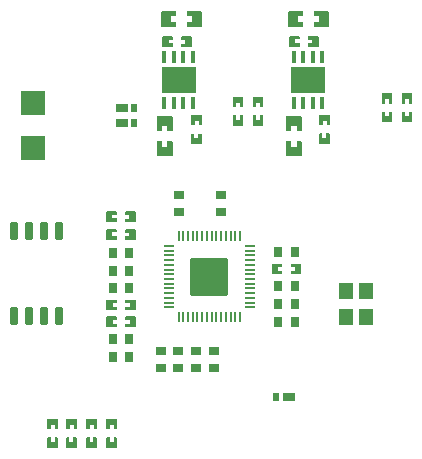
<source format=gbp>
G04 Layer: BottomPasteMaskLayer*
G04 EasyEDA Pro v2.2.27.1, 2024-09-01 09:43:49*
G04 Gerber Generator version 0.3*
G04 Scale: 100 percent, Rotated: No, Reflected: No*
G04 Dimensions in millimeters*
G04 Leading zeros omitted, absolute positions, 3 integers and 5 decimals*
%FSLAX35Y35*%
%MOMM*%
%AMRoundRect*1,1,$1,$2,$3*1,1,$1,$4,$5*1,1,$1,0-$2,0-$3*1,1,$1,0-$4,0-$5*20,1,$1,$2,$3,$4,$5,0*20,1,$1,$4,$5,0-$2,0-$3,0*20,1,$1,0-$2,0-$3,0-$4,0-$5,0*20,1,$1,0-$4,0-$5,$2,$3,0*4,1,4,$2,$3,$4,$5,0-$2,0-$3,0-$4,0-$5,$2,$3,0*%
%ADD10R,0.8X0.9*%
%ADD11R,0.9X0.8*%
%ADD12RoundRect,0.1X0.05X0.3875X0.05X-0.3875*%
%ADD13RoundRect,0.1X0.3875X0.05X0.3875X-0.05*%
%ADD14RoundRect,0.288X1.456X1.456X1.456X-1.456*%
%ADD15RoundRect,0.3X0.15X0.65X0.15X-0.65*%
%ADD16R,1.2X1.4*%
%ADD17R,0.51999X0.7*%
%ADD18R,1.0519X0.7*%
%ADD19R,1.05001X0.7*%
%ADD20R,0.51999X0.7*%
%ADD21R,1.05001X0.7*%
%ADD22O,0.41999X1.035*%
%ADD23R,2.99999X2.2*%
%ADD24R,2.05999X2.07*%
G75*


G04 PolygonModel Start*
G36*
G01X-2029993Y1203997D02*
G01X-2029993Y1331995D01*
G01X-2034995Y1336997D01*
G01X-2149996Y1336997D01*
G01X-2154994Y1331995D01*
G01X-2155497Y1290992D01*
G01X-2110496Y1290992D01*
G01X-2110496Y1245993D01*
G01X-2154497Y1245993D01*
G01X-2154994Y1203997D01*
G01X-2149996Y1198996D01*
G01X-2034995Y1198996D01*
G01X-2029993Y1203997D01*
G37*
G36*
G01X-2244994Y1203997D02*
G01X-2244997Y1245993D01*
G01X-2289495Y1245993D01*
G01X-2289495Y1290992D01*
G01X-2245497Y1290992D01*
G01X-2244994Y1331995D01*
G01X-2249995Y1336997D01*
G01X-2364994Y1336997D01*
G01X-2369995Y1331995D01*
G01X-2369995Y1203997D01*
G01X-2364994Y1198996D01*
G01X-2249995Y1198996D01*
G01X-2244994Y1203997D01*
G37*
G36*
G01X-1033849Y215851D02*
G01X-1033849Y295851D01*
G01X-1028847Y300853D01*
G01X-1006051Y300853D01*
G01X-1006051Y263852D01*
G01X-973051Y263852D01*
G01X-973051Y300853D01*
G01X-948847Y300853D01*
G01X-943849Y295851D01*
G01X-943849Y215851D01*
G01X-948847Y210853D01*
G01X-1028847Y210853D01*
G01X-1033849Y215851D01*
G37*
G36*
G01X-943851Y454855D02*
G01X-943851Y374855D01*
G01X-948853Y369854D01*
G01X-971649Y369854D01*
G01X-971649Y406854D01*
G01X-1004649Y406854D01*
G01X-1004649Y369854D01*
G01X-1028852Y369854D01*
G01X-1033851Y374855D01*
G01X-1033851Y454855D01*
G01X-1028852Y459854D01*
G01X-948853Y459854D01*
G01X-943851Y454855D01*
G37*
G36*
G01X-2405289Y107500D02*
G01X-2277291Y107500D01*
G01X-2272289Y112501D01*
G01X-2272289Y227502D01*
G01X-2277291Y232501D01*
G01X-2318294Y233004D01*
G01X-2318294Y188003D01*
G01X-2363292Y188003D01*
G01X-2363292Y232003D01*
G01X-2405289Y232501D01*
G01X-2410290Y227502D01*
G01X-2410290Y112501D01*
G01X-2405289Y107500D01*
G37*
G36*
G01X-2405289Y322501D02*
G01X-2363292Y322504D01*
G01X-2363292Y367002D01*
G01X-2318294Y367002D01*
G01X-2318294Y323004D01*
G01X-2277291Y322501D01*
G01X-2272289Y327502D01*
G01X-2272289Y442501D01*
G01X-2277291Y447502D01*
G01X-2405289Y447502D01*
G01X-2410290Y442501D01*
G01X-2410290Y327502D01*
G01X-2405289Y322501D01*
G37*
G36*
G01X-1311669Y107500D02*
G01X-1183670Y107500D01*
G01X-1178669Y112501D01*
G01X-1178669Y227502D01*
G01X-1183670Y232501D01*
G01X-1224674Y233004D01*
G01X-1224674Y188003D01*
G01X-1269672Y188003D01*
G01X-1269672Y232003D01*
G01X-1311669Y232501D01*
G01X-1316670Y227502D01*
G01X-1316670Y112501D01*
G01X-1311669Y107500D01*
G37*
G36*
G01X-1311669Y322501D02*
G01X-1269672Y322504D01*
G01X-1269672Y367002D01*
G01X-1224674Y367002D01*
G01X-1224674Y323004D01*
G01X-1183670Y322501D01*
G01X-1178669Y327502D01*
G01X-1178669Y442501D01*
G01X-1183670Y447502D01*
G01X-1311669Y447502D01*
G01X-1316670Y442501D01*
G01X-1316670Y327502D01*
G01X-1311669Y322501D01*
G37*
G36*
G01X-954667Y1204503D02*
G01X-954667Y1332501D01*
G01X-959668Y1337502D01*
G01X-1074669Y1337502D01*
G01X-1079668Y1332501D01*
G01X-1080171Y1291498D01*
G01X-1035170Y1291498D01*
G01X-1035170Y1246499D01*
G01X-1079170Y1246499D01*
G01X-1079668Y1204503D01*
G01X-1074669Y1199501D01*
G01X-959668Y1199501D01*
G01X-954667Y1204503D01*
G37*
G36*
G01X-1169668Y1204503D02*
G01X-1169670Y1246499D01*
G01X-1214169Y1246499D01*
G01X-1214169Y1291498D01*
G01X-1170171Y1291498D01*
G01X-1169668Y1332501D01*
G01X-1174669Y1337502D01*
G01X-1289667Y1337502D01*
G01X-1294669Y1332501D01*
G01X-1294669Y1204503D01*
G01X-1289667Y1199501D01*
G01X-1174669Y1199501D01*
G01X-1169668Y1204503D01*
G37*
G36*
G01X-2117542Y213469D02*
G01X-2117542Y293469D01*
G01X-2112541Y298470D01*
G01X-2089744Y298470D01*
G01X-2089744Y261470D01*
G01X-2056745Y261470D01*
G01X-2056745Y298470D01*
G01X-2032541Y298470D01*
G01X-2027542Y293469D01*
G01X-2027542Y213469D01*
G01X-2032541Y208470D01*
G01X-2112541Y208470D01*
G01X-2117542Y213469D01*
G37*
G36*
G01X-2027545Y452473D02*
G01X-2027545Y372473D01*
G01X-2032546Y367472D01*
G01X-2055343Y367472D01*
G01X-2055343Y404472D01*
G01X-2088342Y404472D01*
G01X-2088342Y367472D01*
G01X-2112546Y367472D01*
G01X-2117545Y372473D01*
G01X-2117545Y452473D01*
G01X-2112546Y457472D01*
G01X-2032546Y457472D01*
G01X-2027545Y452473D01*
G37*
G36*
G01X-2118258Y1032504D02*
G01X-2198258Y1032504D01*
G01X-2203259Y1037505D01*
G01X-2203259Y1060302D01*
G01X-2166259Y1060302D01*
G01X-2166259Y1093302D01*
G01X-2203259Y1093302D01*
G01X-2203259Y1117505D01*
G01X-2198258Y1122504D01*
G01X-2118258Y1122504D01*
G01X-2113260Y1117505D01*
G01X-2113260Y1037505D01*
G01X-2118258Y1032504D01*
G37*
G36*
G01X-2357262Y1122501D02*
G01X-2277262Y1122501D01*
G01X-2272261Y1117500D01*
G01X-2272261Y1094704D01*
G01X-2309261Y1094704D01*
G01X-2309261Y1061704D01*
G01X-2272261Y1061704D01*
G01X-2272261Y1037500D01*
G01X-2277262Y1032502D01*
G01X-2357262Y1032502D01*
G01X-2362261Y1037500D01*
G01X-2362261Y1117500D01*
G01X-2357262Y1122501D01*
G37*
G36*
G01X-1044496Y1033999D02*
G01X-1124496Y1033999D01*
G01X-1129497Y1039000D01*
G01X-1129497Y1061797D01*
G01X-1092497Y1061797D01*
G01X-1092497Y1094797D01*
G01X-1129497Y1094797D01*
G01X-1129497Y1119000D01*
G01X-1124496Y1123999D01*
G01X-1044496Y1123999D01*
G01X-1039497Y1119000D01*
G01X-1039497Y1039000D01*
G01X-1044496Y1033999D01*
G37*
G36*
G01X-1283500Y1123996D02*
G01X-1203500Y1123996D01*
G01X-1198498Y1118995D01*
G01X-1198498Y1096199D01*
G01X-1235499Y1096199D01*
G01X-1235499Y1063199D01*
G01X-1198498Y1063199D01*
G01X-1198498Y1038995D01*
G01X-1203500Y1033997D01*
G01X-1283500Y1033997D01*
G01X-1288498Y1038995D01*
G01X-1288498Y1118995D01*
G01X-1283500Y1123996D01*
G37*
G36*
G01X-2830051Y-1248575D02*
G01X-2750052Y-1248575D01*
G01X-2745050Y-1253577D01*
G01X-2745050Y-1276373D01*
G01X-2782051Y-1276373D01*
G01X-2782051Y-1309373D01*
G01X-2745050Y-1309373D01*
G01X-2745050Y-1333576D01*
G01X-2750052Y-1338575D01*
G01X-2830051Y-1338575D01*
G01X-2835050Y-1333576D01*
G01X-2835050Y-1253577D01*
G01X-2830051Y-1248575D01*
G37*
G36*
G01X-2591048Y-1338573D02*
G01X-2671047Y-1338573D01*
G01X-2676049Y-1333571D01*
G01X-2676049Y-1310775D01*
G01X-2639049Y-1310775D01*
G01X-2639049Y-1277775D01*
G01X-2676049Y-1277775D01*
G01X-2676049Y-1253572D01*
G01X-2671047Y-1248573D01*
G01X-2591048Y-1248573D01*
G01X-2586049Y-1253572D01*
G01X-2586049Y-1333571D01*
G01X-2591048Y-1338573D01*
G37*
G36*
G01X-2830051Y-1108575D02*
G01X-2750052Y-1108575D01*
G01X-2745050Y-1113576D01*
G01X-2745050Y-1136373D01*
G01X-2782051Y-1136373D01*
G01X-2782051Y-1169373D01*
G01X-2745050Y-1169373D01*
G01X-2745050Y-1193576D01*
G01X-2750052Y-1198575D01*
G01X-2830051Y-1198575D01*
G01X-2835050Y-1193576D01*
G01X-2835050Y-1113576D01*
G01X-2830051Y-1108575D01*
G37*
G36*
G01X-2591048Y-1198572D02*
G01X-2671047Y-1198572D01*
G01X-2676049Y-1193571D01*
G01X-2676049Y-1170775D01*
G01X-2639049Y-1170775D01*
G01X-2639049Y-1137775D01*
G01X-2676049Y-1137775D01*
G01X-2676049Y-1113571D01*
G01X-2671047Y-1108573D01*
G01X-2591048Y-1108573D01*
G01X-2586049Y-1113571D01*
G01X-2586049Y-1193571D01*
G01X-2591048Y-1198572D01*
G37*
G36*
G01X-3245550Y-2119658D02*
G01X-3245550Y-2199658D01*
G01X-3250551Y-2204660D01*
G01X-3273348Y-2204660D01*
G01X-3273348Y-2167659D01*
G01X-3306347Y-2167659D01*
G01X-3306347Y-2204660D01*
G01X-3330551Y-2204660D01*
G01X-3335550Y-2199658D01*
G01X-3335550Y-2119658D01*
G01X-3330551Y-2114660D01*
G01X-3250551Y-2114660D01*
G01X-3245550Y-2119658D01*
G37*
G36*
G01X-3335547Y-2358662D02*
G01X-3335547Y-2278662D01*
G01X-3330546Y-2273661D01*
G01X-3307750Y-2273661D01*
G01X-3307750Y-2310661D01*
G01X-3274750Y-2310661D01*
G01X-3274750Y-2273661D01*
G01X-3250546Y-2273661D01*
G01X-3245547Y-2278662D01*
G01X-3245547Y-2358662D01*
G01X-3250546Y-2363661D01*
G01X-3330546Y-2363661D01*
G01X-3335547Y-2358662D01*
G37*
G36*
G01X-3085890Y-2119658D02*
G01X-3085890Y-2199658D01*
G01X-3090892Y-2204660D01*
G01X-3113688Y-2204660D01*
G01X-3113688Y-2167659D01*
G01X-3146688Y-2167659D01*
G01X-3146688Y-2204660D01*
G01X-3170892Y-2204660D01*
G01X-3175890Y-2199658D01*
G01X-3175890Y-2119658D01*
G01X-3170892Y-2114660D01*
G01X-3090892Y-2114660D01*
G01X-3085890Y-2119658D01*
G37*
G36*
G01X-3175888Y-2358662D02*
G01X-3175888Y-2278662D01*
G01X-3170886Y-2273661D01*
G01X-3148090Y-2273661D01*
G01X-3148090Y-2310661D01*
G01X-3115090Y-2310661D01*
G01X-3115090Y-2273661D01*
G01X-3090887Y-2273661D01*
G01X-3085888Y-2278662D01*
G01X-3085888Y-2358662D01*
G01X-3090887Y-2363661D01*
G01X-3170886Y-2363661D01*
G01X-3175888Y-2358662D01*
G37*
G36*
G01X-2915891Y-2119658D02*
G01X-2915891Y-2199658D01*
G01X-2920892Y-2204660D01*
G01X-2943688Y-2204660D01*
G01X-2943688Y-2167659D01*
G01X-2976688Y-2167659D01*
G01X-2976688Y-2204660D01*
G01X-3000892Y-2204660D01*
G01X-3005890Y-2199658D01*
G01X-3005890Y-2119658D01*
G01X-3000892Y-2114660D01*
G01X-2920892Y-2114660D01*
G01X-2915891Y-2119658D01*
G37*
G36*
G01X-3005888Y-2358662D02*
G01X-3005888Y-2278662D01*
G01X-3000887Y-2273661D01*
G01X-2978090Y-2273661D01*
G01X-2978090Y-2310661D01*
G01X-2945090Y-2310661D01*
G01X-2945090Y-2273661D01*
G01X-2920887Y-2273661D01*
G01X-2915888Y-2278662D01*
G01X-2915888Y-2358662D01*
G01X-2920887Y-2363661D01*
G01X-3000887Y-2363661D01*
G01X-3005888Y-2358662D01*
G37*
G36*
G01X-2745891Y-2119658D02*
G01X-2745891Y-2199658D01*
G01X-2750892Y-2204660D01*
G01X-2773688Y-2204660D01*
G01X-2773688Y-2167659D01*
G01X-2806688Y-2167659D01*
G01X-2806688Y-2204660D01*
G01X-2830892Y-2204660D01*
G01X-2835890Y-2199658D01*
G01X-2835890Y-2119658D01*
G01X-2830892Y-2114660D01*
G01X-2750892Y-2114660D01*
G01X-2745891Y-2119658D01*
G37*
G36*
G01X-2835888Y-2358662D02*
G01X-2835888Y-2278662D01*
G01X-2830887Y-2273661D01*
G01X-2808090Y-2273661D01*
G01X-2808090Y-2310661D01*
G01X-2775090Y-2310661D01*
G01X-2775090Y-2273661D01*
G01X-2750887Y-2273661D01*
G01X-2745888Y-2278662D01*
G01X-2745888Y-2358662D01*
G01X-2750887Y-2363661D01*
G01X-2830887Y-2363661D01*
G01X-2835888Y-2358662D01*
G37*
G36*
G01X-505546Y398001D02*
G01X-505546Y478001D01*
G01X-500545Y483002D01*
G01X-477748Y483002D01*
G01X-477748Y446002D01*
G01X-444748Y446002D01*
G01X-444748Y483002D01*
G01X-420545Y483002D01*
G01X-415546Y478001D01*
G01X-415546Y398001D01*
G01X-420545Y393002D01*
G01X-500545Y393002D01*
G01X-505546Y398001D01*
G37*
G36*
G01X-415549Y637005D02*
G01X-415549Y557005D01*
G01X-420550Y552003D01*
G01X-443346Y552003D01*
G01X-443346Y589004D01*
G01X-476346Y589004D01*
G01X-476346Y552003D01*
G01X-500550Y552003D01*
G01X-505548Y557005D01*
G01X-505548Y637005D01*
G01X-500550Y642003D01*
G01X-420550Y642003D01*
G01X-415549Y637005D01*
G37*
G36*
G01X-335546Y398001D02*
G01X-335546Y478001D01*
G01X-330544Y483002D01*
G01X-307748Y483002D01*
G01X-307748Y446002D01*
G01X-274748Y446002D01*
G01X-274748Y483002D01*
G01X-250545Y483002D01*
G01X-245546Y478001D01*
G01X-245546Y398001D01*
G01X-250545Y393002D01*
G01X-330544Y393002D01*
G01X-335546Y398001D01*
G37*
G36*
G01X-245548Y637005D02*
G01X-245548Y557005D01*
G01X-250550Y552003D01*
G01X-273346Y552003D01*
G01X-273346Y589004D01*
G01X-306346Y589004D01*
G01X-306346Y552003D01*
G01X-330550Y552003D01*
G01X-335548Y557005D01*
G01X-335548Y637005D01*
G01X-330550Y642003D01*
G01X-250550Y642003D01*
G01X-245548Y637005D01*
G37*
G36*
G01X-1765546Y368001D02*
G01X-1765546Y448001D01*
G01X-1760545Y453002D01*
G01X-1737749Y453002D01*
G01X-1737749Y416002D01*
G01X-1704749Y416002D01*
G01X-1704749Y453002D01*
G01X-1680545Y453002D01*
G01X-1675547Y448001D01*
G01X-1675547Y368001D01*
G01X-1680545Y363002D01*
G01X-1760545Y363002D01*
G01X-1765546Y368001D01*
G37*
G36*
G01X-1675549Y607005D02*
G01X-1675549Y527005D01*
G01X-1680550Y522004D01*
G01X-1703347Y522004D01*
G01X-1703347Y559004D01*
G01X-1736347Y559004D01*
G01X-1736347Y522004D01*
G01X-1760550Y522004D01*
G01X-1765549Y527005D01*
G01X-1765549Y607005D01*
G01X-1760550Y612003D01*
G01X-1680550Y612003D01*
G01X-1675549Y607005D01*
G37*
G36*
G01X-1595546Y368001D02*
G01X-1595546Y448001D01*
G01X-1590545Y453002D01*
G01X-1567748Y453002D01*
G01X-1567748Y416002D01*
G01X-1534749Y416002D01*
G01X-1534749Y453002D01*
G01X-1510545Y453002D01*
G01X-1505546Y448001D01*
G01X-1505546Y368001D01*
G01X-1510545Y363002D01*
G01X-1590545Y363002D01*
G01X-1595546Y368001D01*
G37*
G36*
G01X-1505549Y607005D02*
G01X-1505549Y527005D01*
G01X-1510550Y522004D01*
G01X-1533347Y522004D01*
G01X-1533347Y559004D01*
G01X-1566346Y559004D01*
G01X-1566346Y522004D01*
G01X-1590550Y522004D01*
G01X-1595549Y527005D01*
G01X-1595549Y607005D01*
G01X-1590550Y612003D01*
G01X-1510550Y612003D01*
G01X-1505549Y607005D01*
G37*
G36*
G01X-1191047Y-892997D02*
G01X-1271047Y-892997D01*
G01X-1276049Y-887996D01*
G01X-1276049Y-865199D01*
G01X-1239048Y-865199D01*
G01X-1239048Y-832200D01*
G01X-1276049Y-832200D01*
G01X-1276049Y-807996D01*
G01X-1271047Y-802997D01*
G01X-1191047Y-802997D01*
G01X-1186049Y-807996D01*
G01X-1186049Y-887996D01*
G01X-1191047Y-892997D01*
G37*
G36*
G01X-1430051Y-803000D02*
G01X-1350051Y-803000D01*
G01X-1345050Y-808001D01*
G01X-1345050Y-830797D01*
G01X-1382050Y-830797D01*
G01X-1382050Y-863797D01*
G01X-1345050Y-863797D01*
G01X-1345050Y-888001D01*
G01X-1350051Y-892999D01*
G01X-1430051Y-892999D01*
G01X-1435050Y-888001D01*
G01X-1435050Y-808001D01*
G01X-1430051Y-803000D01*
G37*
G36*
G01X-2593051Y-599919D02*
G01X-2673051Y-599919D01*
G01X-2678052Y-594918D01*
G01X-2678052Y-572121D01*
G01X-2641052Y-572121D01*
G01X-2641052Y-539122D01*
G01X-2678052Y-539122D01*
G01X-2678052Y-514918D01*
G01X-2673051Y-509919D01*
G01X-2593051Y-509919D01*
G01X-2588052Y-514918D01*
G01X-2588052Y-594918D01*
G01X-2593051Y-599919D01*
G37*
G36*
G01X-2832055Y-509922D02*
G01X-2752055Y-509922D01*
G01X-2747054Y-514923D01*
G01X-2747054Y-537720D01*
G01X-2784054Y-537720D01*
G01X-2784054Y-570719D01*
G01X-2747054Y-570719D01*
G01X-2747054Y-594923D01*
G01X-2752055Y-599922D01*
G01X-2832055Y-599922D01*
G01X-2837054Y-594923D01*
G01X-2837054Y-514923D01*
G01X-2832055Y-509922D01*
G37*
G36*
G01X-2593051Y-448572D02*
G01X-2673051Y-448572D01*
G01X-2678052Y-443571D01*
G01X-2678052Y-420774D01*
G01X-2641052Y-420774D01*
G01X-2641052Y-387775D01*
G01X-2678052Y-387775D01*
G01X-2678052Y-363571D01*
G01X-2673051Y-358572D01*
G01X-2593051Y-358572D01*
G01X-2588052Y-363571D01*
G01X-2588052Y-443571D01*
G01X-2593051Y-448572D01*
G37*
G36*
G01X-2832055Y-358575D02*
G01X-2752055Y-358575D01*
G01X-2747054Y-363576D01*
G01X-2747054Y-386373D01*
G01X-2784054Y-386373D01*
G01X-2784054Y-419372D01*
G01X-2747054Y-419372D01*
G01X-2747054Y-443576D01*
G01X-2752055Y-448575D01*
G01X-2832055Y-448575D01*
G01X-2837054Y-443576D01*
G01X-2837054Y-363576D01*
G01X-2832055Y-358575D01*
G37*

G04 Pad Start*
G54D10*
G01X-1380550Y-701276D03*
G01X-1240545Y-701276D03*
G01X-1380550Y-991276D03*
G01X-1240545Y-991276D03*
G01X-1380550Y-1141276D03*
G01X-1240545Y-1141276D03*
G54D11*
G01X-1925548Y-1682501D03*
G01X-1925548Y-1542496D03*
G54D10*
G01X-2780551Y-861131D03*
G01X-2640546Y-861131D03*
G54D11*
G01X-1865369Y-364642D03*
G01X-1865369Y-224638D03*
G01X-2223509Y-362102D03*
G01X-2223509Y-222098D03*
G54D10*
G01X-2780551Y-1011131D03*
G01X-2640546Y-1011131D03*
G54D11*
G01X-2225548Y-1682501D03*
G01X-2225548Y-1542496D03*
G01X-2075548Y-1682501D03*
G01X-2075548Y-1542496D03*
G01X-2375548Y-1682501D03*
G01X-2375548Y-1542496D03*
G54D10*
G01X-2780548Y-1589763D03*
G01X-2640544Y-1589763D03*
G01X-1380550Y-1293741D03*
G01X-1240545Y-1293741D03*
G54D12*
G01X-2224429Y-568111D03*
G01X-2184429Y-568111D03*
G01X-2144429Y-568111D03*
G01X-2104429Y-568111D03*
G01X-2064429Y-568111D03*
G01X-2024429Y-568111D03*
G01X-1984429Y-568111D03*
G01X-1944429Y-568111D03*
G01X-1904429Y-568111D03*
G01X-1864429Y-568111D03*
G01X-1824429Y-568111D03*
G01X-1784430Y-568111D03*
G01X-1744430Y-568111D03*
G01X-1704430Y-568111D03*
G54D13*
G01X-1620680Y-651861D03*
G01X-1620680Y-691860D03*
G01X-1620680Y-731860D03*
G01X-1620680Y-771860D03*
G01X-1620680Y-811860D03*
G01X-1620680Y-851860D03*
G01X-1620680Y-891860D03*
G01X-1620680Y-931860D03*
G01X-1620680Y-971860D03*
G01X-1620680Y-1011860D03*
G01X-1620680Y-1051860D03*
G01X-1620680Y-1091860D03*
G01X-1620680Y-1131860D03*
G01X-1620680Y-1171859D03*
G54D12*
G01X-1704430Y-1255609D03*
G01X-1744430Y-1255609D03*
G01X-1784430Y-1255609D03*
G01X-1824429Y-1255609D03*
G01X-1864429Y-1255609D03*
G01X-1904429Y-1255609D03*
G01X-1944429Y-1255609D03*
G01X-1984429Y-1255609D03*
G01X-2024429Y-1255609D03*
G01X-2064429Y-1255609D03*
G01X-2104429Y-1255609D03*
G01X-2144429Y-1255609D03*
G01X-2184429Y-1255609D03*
G01X-2224429Y-1255609D03*
G54D13*
G01X-2308179Y-1171859D03*
G01X-2308179Y-1131860D03*
G01X-2308179Y-1091860D03*
G01X-2308179Y-1051860D03*
G01X-2308179Y-1011860D03*
G01X-2308179Y-971860D03*
G01X-2308179Y-931860D03*
G01X-2308179Y-891860D03*
G01X-2308179Y-851860D03*
G01X-2308179Y-811860D03*
G01X-2308179Y-771860D03*
G01X-2308179Y-731860D03*
G01X-2308179Y-691860D03*
G01X-2308179Y-651861D03*
G54D14*
G01X-1964429Y-911860D03*
G54D15*
G01X-3621050Y-523575D03*
G01X-3494050Y-523575D03*
G01X-3367050Y-523575D03*
G01X-3240050Y-523575D03*
G01X-3240050Y-1243573D03*
G01X-3367050Y-1243573D03*
G01X-3494050Y-1243573D03*
G01X-3621050Y-1243573D03*
G54D16*
G01X-635547Y-1032499D03*
G01X-635547Y-1252498D03*
G01X-805547Y-1252498D03*
G01X-805547Y-1032499D03*
G54D17*
G01X-2598808Y387502D03*
G54D19*
G01X-2702288Y387502D03*
G54D17*
G01X-2598808Y519336D03*
G54D19*
G01X-2702288Y519336D03*
G54D20*
G01X-1395838Y-1927300D03*
G54D21*
G01X-1292359Y-1927300D03*
G54D22*
G01X-1010420Y559737D03*
G01X-1090404Y559737D03*
G01X-1170414Y559737D03*
G01X-1250399Y559737D03*
G01X-1010420Y948240D03*
G01X-1090404Y948240D03*
G01X-1170414Y948240D03*
G01X-1250399Y948240D03*
G54D23*
G01X-1130409Y754001D03*
G54D22*
G01X-2104040Y559248D03*
G01X-2184024Y559248D03*
G01X-2264034Y559248D03*
G01X-2344019Y559248D03*
G01X-2104040Y947751D03*
G01X-2184024Y947751D03*
G01X-2264034Y947751D03*
G01X-2344019Y947751D03*
G54D23*
G01X-2224029Y753512D03*
G54D24*
G01X-3460549Y174602D03*
G01X-3460549Y560403D03*
G54D10*
G01X-2780551Y-711131D03*
G01X-2640546Y-711131D03*
G01X-2780551Y-1441131D03*
G01X-2640546Y-1441131D03*
G04 Pad End*

M02*


</source>
